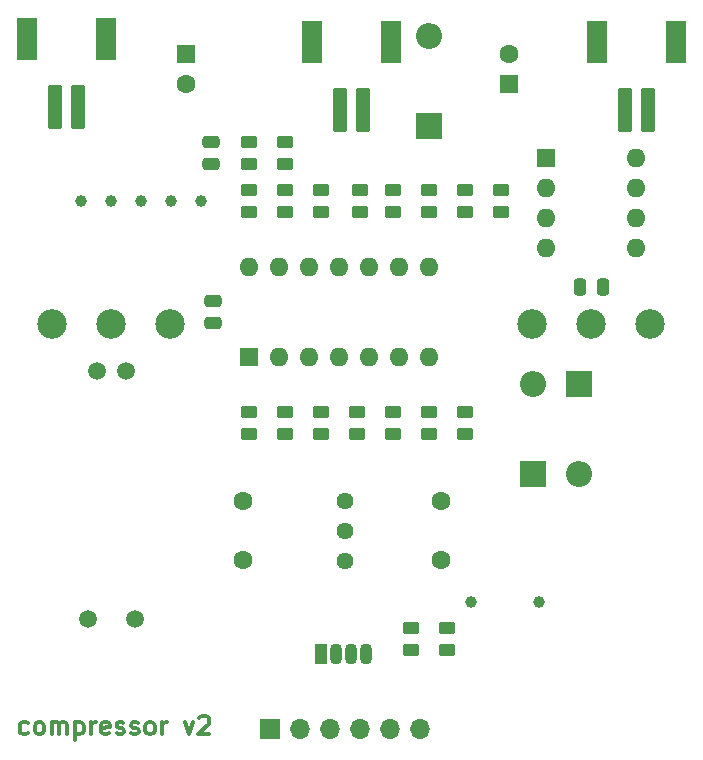
<source format=gbr>
%TF.GenerationSoftware,KiCad,Pcbnew,9.0.0*%
%TF.CreationDate,2025-03-31T20:13:35-04:00*%
%TF.ProjectId,compulator,636f6d70-756c-4617-946f-722e6b696361,rev?*%
%TF.SameCoordinates,Original*%
%TF.FileFunction,Soldermask,Top*%
%TF.FilePolarity,Negative*%
%FSLAX46Y46*%
G04 Gerber Fmt 4.6, Leading zero omitted, Abs format (unit mm)*
G04 Created by KiCad (PCBNEW 9.0.0) date 2025-03-31 20:13:35*
%MOMM*%
%LPD*%
G01*
G04 APERTURE LIST*
G04 Aperture macros list*
%AMRoundRect*
0 Rectangle with rounded corners*
0 $1 Rounding radius*
0 $2 $3 $4 $5 $6 $7 $8 $9 X,Y pos of 4 corners*
0 Add a 4 corners polygon primitive as box body*
4,1,4,$2,$3,$4,$5,$6,$7,$8,$9,$2,$3,0*
0 Add four circle primitives for the rounded corners*
1,1,$1+$1,$2,$3*
1,1,$1+$1,$4,$5*
1,1,$1+$1,$6,$7*
1,1,$1+$1,$8,$9*
0 Add four rect primitives between the rounded corners*
20,1,$1+$1,$2,$3,$4,$5,0*
20,1,$1+$1,$4,$5,$6,$7,0*
20,1,$1+$1,$6,$7,$8,$9,0*
20,1,$1+$1,$8,$9,$2,$3,0*%
G04 Aperture macros list end*
%ADD10C,0.300000*%
%ADD11C,1.440000*%
%ADD12RoundRect,0.250000X-0.450000X0.262500X-0.450000X-0.262500X0.450000X-0.262500X0.450000X0.262500X0*%
%ADD13RoundRect,0.250000X0.450000X-0.262500X0.450000X0.262500X-0.450000X0.262500X-0.450000X-0.262500X0*%
%ADD14R,1.600000X1.600000*%
%ADD15C,1.600000*%
%ADD16R,2.200000X2.200000*%
%ADD17O,2.200000X2.200000*%
%ADD18C,1.000000*%
%ADD19RoundRect,0.250000X-0.250000X-0.475000X0.250000X-0.475000X0.250000X0.475000X-0.250000X0.475000X0*%
%ADD20O,1.600000X1.600000*%
%ADD21RoundRect,0.102000X0.500000X1.750000X-0.500000X1.750000X-0.500000X-1.750000X0.500000X-1.750000X0*%
%ADD22RoundRect,0.102000X0.750000X1.700000X-0.750000X1.700000X-0.750000X-1.700000X0.750000X-1.700000X0*%
%ADD23RoundRect,0.250000X-0.475000X0.250000X-0.475000X-0.250000X0.475000X-0.250000X0.475000X0.250000X0*%
%ADD24C,1.500000*%
%ADD25R,1.070000X1.800000*%
%ADD26O,1.070000X1.800000*%
%ADD27R,1.700000X1.700000*%
%ADD28O,1.700000X1.700000*%
%ADD29C,2.500000*%
G04 APERTURE END LIST*
D10*
X173282368Y-119744400D02*
X173139510Y-119815828D01*
X173139510Y-119815828D02*
X172853796Y-119815828D01*
X172853796Y-119815828D02*
X172710939Y-119744400D01*
X172710939Y-119744400D02*
X172639510Y-119672971D01*
X172639510Y-119672971D02*
X172568082Y-119530114D01*
X172568082Y-119530114D02*
X172568082Y-119101542D01*
X172568082Y-119101542D02*
X172639510Y-118958685D01*
X172639510Y-118958685D02*
X172710939Y-118887257D01*
X172710939Y-118887257D02*
X172853796Y-118815828D01*
X172853796Y-118815828D02*
X173139510Y-118815828D01*
X173139510Y-118815828D02*
X173282368Y-118887257D01*
X174139510Y-119815828D02*
X173996653Y-119744400D01*
X173996653Y-119744400D02*
X173925224Y-119672971D01*
X173925224Y-119672971D02*
X173853796Y-119530114D01*
X173853796Y-119530114D02*
X173853796Y-119101542D01*
X173853796Y-119101542D02*
X173925224Y-118958685D01*
X173925224Y-118958685D02*
X173996653Y-118887257D01*
X173996653Y-118887257D02*
X174139510Y-118815828D01*
X174139510Y-118815828D02*
X174353796Y-118815828D01*
X174353796Y-118815828D02*
X174496653Y-118887257D01*
X174496653Y-118887257D02*
X174568082Y-118958685D01*
X174568082Y-118958685D02*
X174639510Y-119101542D01*
X174639510Y-119101542D02*
X174639510Y-119530114D01*
X174639510Y-119530114D02*
X174568082Y-119672971D01*
X174568082Y-119672971D02*
X174496653Y-119744400D01*
X174496653Y-119744400D02*
X174353796Y-119815828D01*
X174353796Y-119815828D02*
X174139510Y-119815828D01*
X175282367Y-119815828D02*
X175282367Y-118815828D01*
X175282367Y-118958685D02*
X175353796Y-118887257D01*
X175353796Y-118887257D02*
X175496653Y-118815828D01*
X175496653Y-118815828D02*
X175710939Y-118815828D01*
X175710939Y-118815828D02*
X175853796Y-118887257D01*
X175853796Y-118887257D02*
X175925225Y-119030114D01*
X175925225Y-119030114D02*
X175925225Y-119815828D01*
X175925225Y-119030114D02*
X175996653Y-118887257D01*
X175996653Y-118887257D02*
X176139510Y-118815828D01*
X176139510Y-118815828D02*
X176353796Y-118815828D01*
X176353796Y-118815828D02*
X176496653Y-118887257D01*
X176496653Y-118887257D02*
X176568082Y-119030114D01*
X176568082Y-119030114D02*
X176568082Y-119815828D01*
X177282367Y-118815828D02*
X177282367Y-120315828D01*
X177282367Y-118887257D02*
X177425225Y-118815828D01*
X177425225Y-118815828D02*
X177710939Y-118815828D01*
X177710939Y-118815828D02*
X177853796Y-118887257D01*
X177853796Y-118887257D02*
X177925225Y-118958685D01*
X177925225Y-118958685D02*
X177996653Y-119101542D01*
X177996653Y-119101542D02*
X177996653Y-119530114D01*
X177996653Y-119530114D02*
X177925225Y-119672971D01*
X177925225Y-119672971D02*
X177853796Y-119744400D01*
X177853796Y-119744400D02*
X177710939Y-119815828D01*
X177710939Y-119815828D02*
X177425225Y-119815828D01*
X177425225Y-119815828D02*
X177282367Y-119744400D01*
X178639510Y-119815828D02*
X178639510Y-118815828D01*
X178639510Y-119101542D02*
X178710939Y-118958685D01*
X178710939Y-118958685D02*
X178782368Y-118887257D01*
X178782368Y-118887257D02*
X178925225Y-118815828D01*
X178925225Y-118815828D02*
X179068082Y-118815828D01*
X180139510Y-119744400D02*
X179996653Y-119815828D01*
X179996653Y-119815828D02*
X179710939Y-119815828D01*
X179710939Y-119815828D02*
X179568081Y-119744400D01*
X179568081Y-119744400D02*
X179496653Y-119601542D01*
X179496653Y-119601542D02*
X179496653Y-119030114D01*
X179496653Y-119030114D02*
X179568081Y-118887257D01*
X179568081Y-118887257D02*
X179710939Y-118815828D01*
X179710939Y-118815828D02*
X179996653Y-118815828D01*
X179996653Y-118815828D02*
X180139510Y-118887257D01*
X180139510Y-118887257D02*
X180210939Y-119030114D01*
X180210939Y-119030114D02*
X180210939Y-119172971D01*
X180210939Y-119172971D02*
X179496653Y-119315828D01*
X180782367Y-119744400D02*
X180925224Y-119815828D01*
X180925224Y-119815828D02*
X181210938Y-119815828D01*
X181210938Y-119815828D02*
X181353795Y-119744400D01*
X181353795Y-119744400D02*
X181425224Y-119601542D01*
X181425224Y-119601542D02*
X181425224Y-119530114D01*
X181425224Y-119530114D02*
X181353795Y-119387257D01*
X181353795Y-119387257D02*
X181210938Y-119315828D01*
X181210938Y-119315828D02*
X180996653Y-119315828D01*
X180996653Y-119315828D02*
X180853795Y-119244400D01*
X180853795Y-119244400D02*
X180782367Y-119101542D01*
X180782367Y-119101542D02*
X180782367Y-119030114D01*
X180782367Y-119030114D02*
X180853795Y-118887257D01*
X180853795Y-118887257D02*
X180996653Y-118815828D01*
X180996653Y-118815828D02*
X181210938Y-118815828D01*
X181210938Y-118815828D02*
X181353795Y-118887257D01*
X181996653Y-119744400D02*
X182139510Y-119815828D01*
X182139510Y-119815828D02*
X182425224Y-119815828D01*
X182425224Y-119815828D02*
X182568081Y-119744400D01*
X182568081Y-119744400D02*
X182639510Y-119601542D01*
X182639510Y-119601542D02*
X182639510Y-119530114D01*
X182639510Y-119530114D02*
X182568081Y-119387257D01*
X182568081Y-119387257D02*
X182425224Y-119315828D01*
X182425224Y-119315828D02*
X182210939Y-119315828D01*
X182210939Y-119315828D02*
X182068081Y-119244400D01*
X182068081Y-119244400D02*
X181996653Y-119101542D01*
X181996653Y-119101542D02*
X181996653Y-119030114D01*
X181996653Y-119030114D02*
X182068081Y-118887257D01*
X182068081Y-118887257D02*
X182210939Y-118815828D01*
X182210939Y-118815828D02*
X182425224Y-118815828D01*
X182425224Y-118815828D02*
X182568081Y-118887257D01*
X183496653Y-119815828D02*
X183353796Y-119744400D01*
X183353796Y-119744400D02*
X183282367Y-119672971D01*
X183282367Y-119672971D02*
X183210939Y-119530114D01*
X183210939Y-119530114D02*
X183210939Y-119101542D01*
X183210939Y-119101542D02*
X183282367Y-118958685D01*
X183282367Y-118958685D02*
X183353796Y-118887257D01*
X183353796Y-118887257D02*
X183496653Y-118815828D01*
X183496653Y-118815828D02*
X183710939Y-118815828D01*
X183710939Y-118815828D02*
X183853796Y-118887257D01*
X183853796Y-118887257D02*
X183925225Y-118958685D01*
X183925225Y-118958685D02*
X183996653Y-119101542D01*
X183996653Y-119101542D02*
X183996653Y-119530114D01*
X183996653Y-119530114D02*
X183925225Y-119672971D01*
X183925225Y-119672971D02*
X183853796Y-119744400D01*
X183853796Y-119744400D02*
X183710939Y-119815828D01*
X183710939Y-119815828D02*
X183496653Y-119815828D01*
X184639510Y-119815828D02*
X184639510Y-118815828D01*
X184639510Y-119101542D02*
X184710939Y-118958685D01*
X184710939Y-118958685D02*
X184782368Y-118887257D01*
X184782368Y-118887257D02*
X184925225Y-118815828D01*
X184925225Y-118815828D02*
X185068082Y-118815828D01*
X186568081Y-118815828D02*
X186925224Y-119815828D01*
X186925224Y-119815828D02*
X187282367Y-118815828D01*
X187782367Y-118458685D02*
X187853795Y-118387257D01*
X187853795Y-118387257D02*
X187996653Y-118315828D01*
X187996653Y-118315828D02*
X188353795Y-118315828D01*
X188353795Y-118315828D02*
X188496653Y-118387257D01*
X188496653Y-118387257D02*
X188568081Y-118458685D01*
X188568081Y-118458685D02*
X188639510Y-118601542D01*
X188639510Y-118601542D02*
X188639510Y-118744400D01*
X188639510Y-118744400D02*
X188568081Y-118958685D01*
X188568081Y-118958685D02*
X187710938Y-119815828D01*
X187710938Y-119815828D02*
X188639510Y-119815828D01*
D11*
%TO.C,P1*%
X200152000Y-105156000D03*
X200152000Y-102616000D03*
X200152000Y-100076000D03*
%TD*%
D12*
%TO.C,R15*%
X210312000Y-73743500D03*
X210312000Y-75568500D03*
%TD*%
D13*
%TO.C,R8*%
X201168000Y-94364500D03*
X201168000Y-92539500D03*
%TD*%
D14*
%TO.C,C4*%
X213995000Y-64730000D03*
D15*
X213995000Y-62230000D03*
%TD*%
D16*
%TO.C,D3*%
X219964000Y-90170000D03*
D17*
X219964000Y-97790000D03*
%TD*%
D14*
%TO.C,C3*%
X186690000Y-62230000D03*
D15*
X186690000Y-64730000D03*
%TD*%
D18*
%TO.C,TP5*%
X185420000Y-74676000D03*
%TD*%
D13*
%TO.C,R4*%
X205740000Y-112672500D03*
X205740000Y-110847500D03*
%TD*%
D19*
%TO.C,C8*%
X220030000Y-81915000D03*
X221930000Y-81915000D03*
%TD*%
D13*
%TO.C,R7*%
X198120000Y-94364500D03*
X198120000Y-92539500D03*
%TD*%
D18*
%TO.C,TP7*%
X180340000Y-74676000D03*
%TD*%
%TO.C,TP1*%
X216535000Y-108585000D03*
%TD*%
D15*
%TO.C,C5*%
X191516000Y-105096000D03*
X191516000Y-100096000D03*
%TD*%
D13*
%TO.C,R16*%
X213360000Y-75568500D03*
X213360000Y-73743500D03*
%TD*%
D12*
%TO.C,R9*%
X204216000Y-92539500D03*
X204216000Y-94364500D03*
%TD*%
D13*
%TO.C,R3*%
X195072000Y-71524500D03*
X195072000Y-69699500D03*
%TD*%
D12*
%TO.C,R2*%
X192024000Y-69699500D03*
X192024000Y-71524500D03*
%TD*%
D14*
%TO.C,U4*%
X192024000Y-87864000D03*
D20*
X194564000Y-87864000D03*
X197104000Y-87864000D03*
X199644000Y-87864000D03*
X202184000Y-87864000D03*
X204724000Y-87864000D03*
X207264000Y-87864000D03*
X207264000Y-80244000D03*
X204724000Y-80244000D03*
X202184000Y-80244000D03*
X199644000Y-80244000D03*
X197104000Y-80244000D03*
X194564000Y-80244000D03*
X192024000Y-80244000D03*
%TD*%
D12*
%TO.C,R6*%
X192024000Y-92539500D03*
X192024000Y-94364500D03*
%TD*%
D13*
%TO.C,R13*%
X198120000Y-75568500D03*
X198120000Y-73743500D03*
%TD*%
D14*
%TO.C,U1*%
X217180000Y-71003000D03*
D20*
X217180000Y-73543000D03*
X217180000Y-76083000D03*
X217180000Y-78623000D03*
X224800000Y-78623000D03*
X224800000Y-76083000D03*
X224800000Y-73543000D03*
X224800000Y-71003000D03*
%TD*%
D21*
%TO.C,J2*%
X177530000Y-66710000D03*
X175530000Y-66710000D03*
D22*
X179880000Y-60960000D03*
X173180000Y-60960000D03*
%TD*%
D15*
%TO.C,C6*%
X208280000Y-105096000D03*
X208280000Y-100096000D03*
%TD*%
D21*
%TO.C,J1*%
X201660000Y-66985000D03*
X199660000Y-66985000D03*
D22*
X204010000Y-61235000D03*
X197310000Y-61235000D03*
%TD*%
D21*
%TO.C,J3*%
X225790000Y-66985000D03*
X223790000Y-66985000D03*
D22*
X228140000Y-61235000D03*
X221440000Y-61235000D03*
%TD*%
D23*
%TO.C,C1*%
X188788000Y-69662000D03*
X188788000Y-71562000D03*
%TD*%
D18*
%TO.C,TP4*%
X187960000Y-74676000D03*
%TD*%
D13*
%TO.C,R14*%
X207264000Y-75568500D03*
X207264000Y-73743500D03*
%TD*%
D24*
%TO.C,LDR1*%
X182340000Y-110068000D03*
X178340000Y-110068000D03*
X181590000Y-89068000D03*
X179090000Y-89068000D03*
%TD*%
D18*
%TO.C,TP6*%
X182880000Y-74676000D03*
%TD*%
D12*
%TO.C,R1*%
X208788000Y-110847500D03*
X208788000Y-112672500D03*
%TD*%
%TO.C,R17*%
X204216000Y-73743500D03*
X204216000Y-75568500D03*
%TD*%
D13*
%TO.C,R19*%
X195072000Y-75568500D03*
X195072000Y-73743500D03*
%TD*%
%TO.C,R18*%
X192024000Y-75568500D03*
X192024000Y-73743500D03*
%TD*%
D18*
%TO.C,TP2*%
X210820000Y-108585000D03*
%TD*%
%TO.C,TP3*%
X177800000Y-74676000D03*
%TD*%
D16*
%TO.C,D1*%
X207264000Y-68326000D03*
D17*
X207264000Y-60706000D03*
%TD*%
D23*
%TO.C,C7*%
X188976000Y-83104000D03*
X188976000Y-85004000D03*
%TD*%
D16*
%TO.C,D4*%
X216024000Y-97790000D03*
D17*
X216024000Y-90170000D03*
%TD*%
D25*
%TO.C,D2*%
X198120000Y-113030000D03*
D26*
X199390000Y-113030000D03*
X200660000Y-113030000D03*
X201930000Y-113030000D03*
%TD*%
D13*
%TO.C,R12*%
X201422000Y-75568500D03*
X201422000Y-73743500D03*
%TD*%
D12*
%TO.C,R11*%
X207264000Y-92539500D03*
X207264000Y-94364500D03*
%TD*%
D27*
%TO.C,J4*%
X193802000Y-119380000D03*
D28*
X196342000Y-119380000D03*
X198882000Y-119380000D03*
X201422000Y-119380000D03*
X203962000Y-119380000D03*
X206502000Y-119380000D03*
%TD*%
D13*
%TO.C,R10*%
X210312000Y-94364500D03*
X210312000Y-92539500D03*
%TD*%
D12*
%TO.C,R5*%
X195072000Y-92539500D03*
X195072000Y-94364500D03*
%TD*%
D29*
%TO.C,COMP1*%
X225980000Y-85080000D03*
X220980000Y-85080000D03*
X215980000Y-85080000D03*
%TD*%
%TO.C,LEVEL1*%
X185340000Y-85080000D03*
X180340000Y-85080000D03*
X175340000Y-85080000D03*
%TD*%
M02*

</source>
